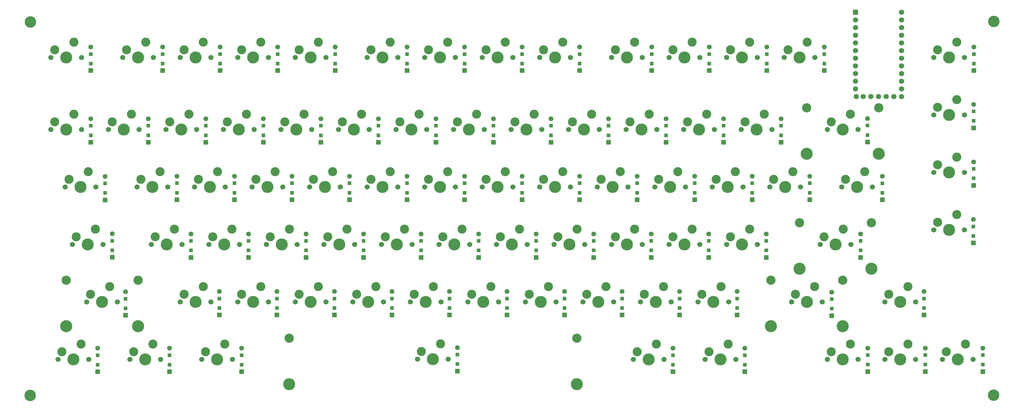
<source format=gbr>
G04 #@! TF.GenerationSoftware,KiCad,Pcbnew,(6.0.10)*
G04 #@! TF.CreationDate,2023-03-05T14:36:43-08:00*
G04 #@! TF.ProjectId,keyboard,6b657962-6f61-4726-942e-6b696361645f,rev?*
G04 #@! TF.SameCoordinates,Original*
G04 #@! TF.FileFunction,Soldermask,Top*
G04 #@! TF.FilePolarity,Negative*
%FSLAX46Y46*%
G04 Gerber Fmt 4.6, Leading zero omitted, Abs format (unit mm)*
G04 Created by KiCad (PCBNEW (6.0.10)) date 2023-03-05 14:36:43*
%MOMM*%
%LPD*%
G01*
G04 APERTURE LIST*
%ADD10R,1.600000X1.600000*%
%ADD11R,1.200000X1.200000*%
%ADD12C,1.600000*%
%ADD13C,4.000000*%
%ADD14C,3.050000*%
%ADD15C,3.000000*%
%ADD16C,3.987800*%
%ADD17C,1.701800*%
%ADD18C,3.800000*%
%ADD19C,3.048000*%
%ADD20R,1.752600X1.752600*%
%ADD21C,1.752600*%
G04 APERTURE END LIST*
D10*
X232320000Y-144850000D03*
D11*
X232320000Y-142525000D03*
D12*
X232320000Y-137050000D03*
D11*
X232320000Y-139375000D03*
X274950000Y-199775000D03*
D10*
X274950000Y-202100000D03*
D11*
X274950000Y-196625000D03*
D12*
X274950000Y-194300000D03*
D13*
X395623450Y-186731800D03*
D14*
X395623450Y-171491800D03*
D15*
X386276250Y-173600000D03*
D13*
X371823450Y-186731800D03*
D16*
X383736250Y-178680000D03*
D15*
X379926250Y-176140000D03*
D17*
X388816250Y-178680000D03*
X378656250Y-178680000D03*
D14*
X371823450Y-171491800D03*
D10*
X382450000Y-202330000D03*
D11*
X382450000Y-200005000D03*
X382450000Y-196855000D03*
D12*
X382450000Y-194530000D03*
D11*
X429507500Y-118745000D03*
D10*
X429507500Y-121070000D03*
D12*
X429507500Y-113270000D03*
D11*
X429507500Y-115595000D03*
D10*
X218052500Y-121070000D03*
D11*
X218052500Y-118745000D03*
D12*
X218052500Y-113270000D03*
D11*
X218052500Y-115595000D03*
D17*
X285787500Y-159630000D03*
D16*
X290867500Y-159630000D03*
D15*
X287057500Y-157090000D03*
X293407500Y-154550000D03*
D17*
X295947500Y-159630000D03*
D15*
X334682500Y-138040000D03*
D17*
X343572500Y-140580000D03*
X333412500Y-140580000D03*
D15*
X341032500Y-135500000D03*
D16*
X338492500Y-140580000D03*
D15*
X298170000Y-173600000D03*
X291820000Y-176140000D03*
D16*
X295630000Y-178680000D03*
D17*
X290550000Y-178680000D03*
X300710000Y-178680000D03*
D15*
X245782500Y-135500000D03*
D17*
X248322500Y-140580000D03*
D15*
X239432500Y-138040000D03*
D17*
X238162500Y-140580000D03*
D16*
X243242500Y-140580000D03*
D11*
X203745000Y-161575000D03*
D10*
X203745000Y-163900000D03*
D11*
X203745000Y-158425000D03*
D12*
X203745000Y-156100000D03*
D11*
X170330000Y-180675000D03*
D10*
X170330000Y-183000000D03*
D12*
X170330000Y-175200000D03*
D11*
X170330000Y-177525000D03*
X194220000Y-142525000D03*
D10*
X194220000Y-144850000D03*
D11*
X194220000Y-139375000D03*
D12*
X194220000Y-137050000D03*
D10*
X251370000Y-144850000D03*
D11*
X251370000Y-142525000D03*
D12*
X251370000Y-137050000D03*
D11*
X251370000Y-139375000D03*
D10*
X198750000Y-202100000D03*
D11*
X198750000Y-199775000D03*
X198750000Y-196625000D03*
D12*
X198750000Y-194300000D03*
D15*
X345795000Y-192650000D03*
D17*
X338175000Y-197730000D03*
X348335000Y-197730000D03*
D16*
X343255000Y-197730000D03*
D15*
X339445000Y-195190000D03*
D10*
X298995000Y-163900000D03*
D11*
X298995000Y-161575000D03*
X298995000Y-158425000D03*
D12*
X298995000Y-156100000D03*
D10*
X289470000Y-144850000D03*
D11*
X289470000Y-142525000D03*
X289470000Y-139375000D03*
D12*
X289470000Y-137050000D03*
D11*
X227480000Y-180675000D03*
D10*
X227480000Y-183000000D03*
D12*
X227480000Y-175200000D03*
D11*
X227480000Y-177525000D03*
D16*
X195617500Y-159630000D03*
D17*
X200697500Y-159630000D03*
D15*
X198157500Y-154550000D03*
X191807500Y-157090000D03*
D17*
X190537500Y-159630000D03*
D10*
X284630000Y-183000000D03*
D11*
X284630000Y-180675000D03*
D12*
X284630000Y-175200000D03*
D11*
X284630000Y-177525000D03*
X429487500Y-137762500D03*
D10*
X429487500Y-140087500D03*
D12*
X429487500Y-132287500D03*
D11*
X429487500Y-134612500D03*
D16*
X257530000Y-178680000D03*
D17*
X262610000Y-178680000D03*
X252450000Y-178680000D03*
D15*
X253720000Y-176140000D03*
X260070000Y-173600000D03*
D16*
X271817500Y-116767500D03*
D15*
X274357500Y-111687500D03*
D17*
X266737500Y-116767500D03*
X276897500Y-116767500D03*
D15*
X268007500Y-114227500D03*
D11*
X217800000Y-199775000D03*
D10*
X217800000Y-202100000D03*
D12*
X217800000Y-194300000D03*
D11*
X217800000Y-196625000D03*
D17*
X153072500Y-140580000D03*
D15*
X150532500Y-135500000D03*
D16*
X147992500Y-140580000D03*
D17*
X142912500Y-140580000D03*
D15*
X144182500Y-138040000D03*
D10*
X137070000Y-144850000D03*
D11*
X137070000Y-142525000D03*
D12*
X137070000Y-137050000D03*
D11*
X137070000Y-139375000D03*
D15*
X274357500Y-154550000D03*
X268007500Y-157090000D03*
D17*
X276897500Y-159630000D03*
X266737500Y-159630000D03*
D16*
X271817500Y-159630000D03*
X390880000Y-159630000D03*
D15*
X387070000Y-157090000D03*
X393420000Y-154550000D03*
D17*
X385800000Y-159630000D03*
X395960000Y-159630000D03*
D10*
X165645000Y-163900000D03*
D11*
X165645000Y-161575000D03*
X165645000Y-158425000D03*
D12*
X165645000Y-156100000D03*
D10*
X413460000Y-220870000D03*
D11*
X413460000Y-218545000D03*
X413460000Y-215395000D03*
D12*
X413460000Y-213070000D03*
D17*
X255430000Y-216760000D03*
D15*
X252890000Y-211680000D03*
D16*
X250350000Y-216760000D03*
D15*
X246540000Y-214220000D03*
D17*
X245270000Y-216760000D03*
D16*
X309917500Y-159630000D03*
D15*
X306107500Y-157090000D03*
D17*
X304837500Y-159630000D03*
X314997500Y-159630000D03*
D15*
X312457500Y-154550000D03*
D11*
X329890000Y-218575000D03*
D10*
X329890000Y-220900000D03*
D12*
X329890000Y-213100000D03*
D11*
X329890000Y-215425000D03*
D17*
X171487500Y-159630000D03*
D15*
X172757500Y-157090000D03*
D16*
X176567500Y-159630000D03*
D15*
X179107500Y-154550000D03*
D17*
X181647500Y-159630000D03*
D15*
X321982500Y-135500000D03*
D17*
X314362500Y-140580000D03*
D16*
X319442500Y-140580000D03*
D15*
X315632500Y-138040000D03*
D17*
X324522500Y-140580000D03*
D15*
X132276250Y-176140000D03*
D17*
X141166250Y-178680000D03*
D15*
X138626250Y-173600000D03*
D16*
X136086250Y-178680000D03*
D17*
X131006250Y-178680000D03*
D16*
X371830000Y-116767500D03*
D17*
X366750000Y-116767500D03*
D15*
X368020000Y-114227500D03*
X374370000Y-111687500D03*
D17*
X376910000Y-116767500D03*
D16*
X157517500Y-159630000D03*
D17*
X162597500Y-159630000D03*
X152437500Y-159630000D03*
D15*
X160057500Y-154550000D03*
X153707500Y-157090000D03*
D16*
X214667500Y-159630000D03*
D17*
X219747500Y-159630000D03*
D15*
X217207500Y-154550000D03*
D17*
X209587500Y-159630000D03*
D15*
X210857500Y-157090000D03*
D11*
X365670000Y-142525000D03*
D10*
X365670000Y-144850000D03*
D12*
X365670000Y-137050000D03*
D11*
X365670000Y-139375000D03*
D17*
X281660000Y-178680000D03*
X271500000Y-178680000D03*
D15*
X272770000Y-176140000D03*
D16*
X276580000Y-178680000D03*
D15*
X279120000Y-173600000D03*
D10*
X179952500Y-121070000D03*
D11*
X179952500Y-118745000D03*
X179952500Y-115595000D03*
D12*
X179952500Y-113270000D03*
D17*
X323887500Y-159630000D03*
D15*
X331507500Y-154550000D03*
X325157500Y-157090000D03*
D17*
X334047500Y-159630000D03*
D16*
X328967500Y-159630000D03*
D17*
X195300000Y-178680000D03*
D15*
X202920000Y-173600000D03*
D17*
X205460000Y-178680000D03*
D15*
X196570000Y-176140000D03*
D16*
X200380000Y-178680000D03*
D11*
X144250000Y-180645000D03*
D10*
X144250000Y-182970000D03*
D12*
X144250000Y-175170000D03*
D11*
X144250000Y-177495000D03*
D16*
X209905000Y-116767500D03*
D15*
X206095000Y-114227500D03*
X212445000Y-111687500D03*
D17*
X214985000Y-116767500D03*
X204825000Y-116767500D03*
D15*
X250545000Y-192650000D03*
D17*
X253085000Y-197730000D03*
X242925000Y-197730000D03*
D16*
X248005000Y-197730000D03*
D15*
X244195000Y-195190000D03*
X326745000Y-192650000D03*
X320395000Y-195190000D03*
D17*
X329285000Y-197730000D03*
D16*
X324205000Y-197730000D03*
D17*
X319125000Y-197730000D03*
X238797500Y-116767500D03*
D15*
X229907500Y-114227500D03*
D16*
X233717500Y-116767500D03*
D17*
X228637500Y-116767500D03*
D15*
X236257500Y-111687500D03*
D10*
X327570000Y-144850000D03*
D11*
X327570000Y-142525000D03*
X327570000Y-139375000D03*
D12*
X327570000Y-137050000D03*
D11*
X303680000Y-180675000D03*
D10*
X303680000Y-183000000D03*
D12*
X303680000Y-175200000D03*
D11*
X303680000Y-177525000D03*
X360927500Y-118745000D03*
D10*
X360927500Y-121070000D03*
D12*
X360927500Y-113270000D03*
D11*
X360927500Y-115595000D03*
X351150000Y-199775000D03*
D10*
X351150000Y-202100000D03*
D12*
X351150000Y-194300000D03*
D11*
X351150000Y-196625000D03*
D10*
X318045000Y-163900000D03*
D11*
X318045000Y-161575000D03*
D12*
X318045000Y-156100000D03*
D11*
X318045000Y-158425000D03*
X341780000Y-180675000D03*
D10*
X341780000Y-183000000D03*
D12*
X341780000Y-175200000D03*
D11*
X341780000Y-177525000D03*
D10*
X265580000Y-183000000D03*
D11*
X265580000Y-180675000D03*
D12*
X265580000Y-175200000D03*
D11*
X265580000Y-177525000D03*
D10*
X294000000Y-202100000D03*
D11*
X294000000Y-199775000D03*
D12*
X294000000Y-194300000D03*
D11*
X294000000Y-196625000D03*
D10*
X199002500Y-121070000D03*
D11*
X199002500Y-118745000D03*
X199002500Y-115595000D03*
D12*
X199002500Y-113270000D03*
D15*
X177520000Y-176140000D03*
D17*
X186410000Y-178680000D03*
X176250000Y-178680000D03*
D15*
X183870000Y-173600000D03*
D16*
X181330000Y-178680000D03*
D17*
X157835000Y-116767500D03*
D15*
X155295000Y-111687500D03*
D17*
X147675000Y-116767500D03*
D15*
X148945000Y-114227500D03*
D16*
X152755000Y-116767500D03*
D15*
X187045000Y-114227500D03*
D17*
X185775000Y-116767500D03*
D16*
X190855000Y-116767500D03*
D15*
X193395000Y-111687500D03*
D17*
X195935000Y-116767500D03*
D16*
X367067500Y-159630000D03*
D15*
X363257500Y-157090000D03*
D17*
X372147500Y-159630000D03*
X361987500Y-159630000D03*
D15*
X369607500Y-154550000D03*
D18*
X117110000Y-105010000D03*
D15*
X163232500Y-138040000D03*
D17*
X161962500Y-140580000D03*
D15*
X169582500Y-135500000D03*
D17*
X172122500Y-140580000D03*
D16*
X167042500Y-140580000D03*
D10*
X360830000Y-183000000D03*
D11*
X360830000Y-180675000D03*
D12*
X360830000Y-175200000D03*
D11*
X360830000Y-177525000D03*
X148630000Y-199875000D03*
D10*
X148630000Y-202200000D03*
D11*
X148630000Y-196725000D03*
D12*
X148630000Y-194400000D03*
D10*
X394410000Y-220870000D03*
D11*
X394410000Y-218545000D03*
X394410000Y-215395000D03*
D12*
X394410000Y-213070000D03*
D11*
X337095000Y-161575000D03*
D10*
X337095000Y-163900000D03*
D12*
X337095000Y-156100000D03*
D11*
X337095000Y-158425000D03*
D17*
X195935000Y-197730000D03*
D16*
X190855000Y-197730000D03*
D15*
X187045000Y-195190000D03*
D17*
X185775000Y-197730000D03*
D15*
X193395000Y-192650000D03*
D10*
X139390000Y-220900000D03*
D11*
X139390000Y-218575000D03*
X139390000Y-215425000D03*
D12*
X139390000Y-213100000D03*
D15*
X182282500Y-138040000D03*
X188632500Y-135500000D03*
D17*
X191172500Y-140580000D03*
X181012500Y-140580000D03*
D16*
X186092500Y-140580000D03*
D15*
X151326250Y-214240000D03*
D17*
X150056250Y-216780000D03*
D15*
X157676250Y-211700000D03*
D16*
X155136250Y-216780000D03*
D17*
X160216250Y-216780000D03*
D10*
X179700000Y-202100000D03*
D11*
X179700000Y-199775000D03*
D12*
X179700000Y-194300000D03*
D11*
X179700000Y-196625000D03*
D16*
X178948750Y-216780000D03*
D15*
X175138750Y-214240000D03*
X181488750Y-211700000D03*
D17*
X184028750Y-216780000D03*
X173868750Y-216780000D03*
D11*
X184695000Y-161575000D03*
D10*
X184695000Y-163900000D03*
D12*
X184695000Y-156100000D03*
D11*
X184695000Y-158425000D03*
X299015000Y-118745000D03*
D10*
X299015000Y-121070000D03*
D11*
X299015000Y-115595000D03*
D12*
X299015000Y-113270000D03*
D15*
X407707500Y-192650000D03*
D17*
X400087500Y-197730000D03*
D15*
X401357500Y-195190000D03*
D17*
X410247500Y-197730000D03*
D16*
X405167500Y-197730000D03*
D11*
X341877500Y-118745000D03*
D10*
X341877500Y-121070000D03*
D12*
X341877500Y-113270000D03*
D11*
X341877500Y-115595000D03*
X353702500Y-218575000D03*
D10*
X353702500Y-220900000D03*
D12*
X353702500Y-213100000D03*
D11*
X353702500Y-215425000D03*
D17*
X369131250Y-197730000D03*
D16*
X374211250Y-197730000D03*
D15*
X376751250Y-192650000D03*
D17*
X379291250Y-197730000D03*
D15*
X370401250Y-195190000D03*
D13*
X362298450Y-205781800D03*
D14*
X362298450Y-190541800D03*
X386098450Y-190541800D03*
D13*
X386098450Y-205781800D03*
D11*
X236850000Y-199775000D03*
D10*
X236850000Y-202100000D03*
D11*
X236850000Y-196625000D03*
D12*
X236850000Y-194300000D03*
D17*
X128625000Y-159630000D03*
D15*
X136245000Y-154550000D03*
D17*
X138785000Y-159630000D03*
D16*
X133705000Y-159630000D03*
D15*
X129895000Y-157090000D03*
D11*
X189380000Y-180675000D03*
D10*
X189380000Y-183000000D03*
D11*
X189380000Y-177525000D03*
D12*
X189380000Y-175200000D03*
D10*
X246530000Y-183000000D03*
D11*
X246530000Y-180675000D03*
D12*
X246530000Y-175200000D03*
D11*
X246530000Y-177525000D03*
X241865000Y-118745000D03*
D10*
X241865000Y-121070000D03*
D11*
X241865000Y-115595000D03*
D12*
X241865000Y-113270000D03*
D15*
X226732500Y-135500000D03*
D16*
X224192500Y-140580000D03*
D17*
X219112500Y-140580000D03*
X229272500Y-140580000D03*
D15*
X220382500Y-138040000D03*
D10*
X258500000Y-220690000D03*
D11*
X258500000Y-218365000D03*
D12*
X258500000Y-212890000D03*
D11*
X258500000Y-215215000D03*
X141860000Y-161635000D03*
D10*
X141860000Y-163960000D03*
D11*
X141860000Y-158485000D03*
D12*
X141860000Y-156160000D03*
D15*
X423900000Y-149787500D03*
D16*
X421360000Y-154867500D03*
D17*
X416280000Y-154867500D03*
D15*
X417550000Y-152327500D03*
D17*
X426440000Y-154867500D03*
D11*
X260895000Y-161575000D03*
D10*
X260895000Y-163900000D03*
D12*
X260895000Y-156100000D03*
D11*
X260895000Y-158425000D03*
D15*
X248957500Y-114227500D03*
D16*
X252767500Y-116767500D03*
D15*
X255307500Y-111687500D03*
D17*
X257847500Y-116767500D03*
X247687500Y-116767500D03*
X214985000Y-197730000D03*
D15*
X206095000Y-195190000D03*
X212445000Y-192650000D03*
D16*
X209905000Y-197730000D03*
D17*
X204825000Y-197730000D03*
D11*
X175170000Y-142525000D03*
D10*
X175170000Y-144850000D03*
D11*
X175170000Y-139375000D03*
D12*
X175170000Y-137050000D03*
D18*
X436070000Y-228700000D03*
X117020000Y-228770000D03*
D11*
X163202500Y-218575000D03*
D10*
X163202500Y-220900000D03*
D11*
X163202500Y-215425000D03*
D12*
X163202500Y-213100000D03*
D10*
X255900000Y-202100000D03*
D11*
X255900000Y-199775000D03*
X255900000Y-196625000D03*
D12*
X255900000Y-194300000D03*
D17*
X426440000Y-116767500D03*
D16*
X421360000Y-116767500D03*
D17*
X416280000Y-116767500D03*
D15*
X417550000Y-114227500D03*
X423900000Y-111687500D03*
D11*
X356145000Y-161575000D03*
D10*
X356145000Y-163900000D03*
D11*
X356145000Y-158425000D03*
D12*
X356145000Y-156100000D03*
D17*
X416280000Y-173917500D03*
D15*
X417550000Y-171377500D03*
D17*
X426440000Y-173917500D03*
D16*
X421360000Y-173917500D03*
D15*
X423900000Y-168837500D03*
D17*
X176885000Y-116767500D03*
D15*
X174345000Y-111687500D03*
D16*
X171805000Y-116767500D03*
D15*
X167995000Y-114227500D03*
D17*
X166725000Y-116767500D03*
D10*
X332100000Y-202100000D03*
D11*
X332100000Y-199775000D03*
X332100000Y-196625000D03*
D12*
X332100000Y-194300000D03*
D16*
X314680000Y-116767500D03*
D15*
X310870000Y-114227500D03*
X317220000Y-111687500D03*
D17*
X319760000Y-116767500D03*
X309600000Y-116767500D03*
D16*
X352780000Y-116767500D03*
D15*
X355320000Y-111687500D03*
X348970000Y-114227500D03*
D17*
X347700000Y-116767500D03*
X357860000Y-116767500D03*
X416280000Y-135817500D03*
D16*
X421360000Y-135817500D03*
D15*
X417550000Y-133277500D03*
D17*
X426440000Y-135817500D03*
D15*
X423900000Y-130737500D03*
D11*
X241845000Y-161575000D03*
D10*
X241845000Y-163900000D03*
D12*
X241845000Y-156100000D03*
D11*
X241845000Y-158425000D03*
D15*
X420407500Y-214240000D03*
D17*
X429297500Y-216780000D03*
X419137500Y-216780000D03*
D16*
X424217500Y-216780000D03*
D15*
X426757500Y-211700000D03*
D11*
X208430000Y-180675000D03*
D10*
X208430000Y-183000000D03*
D12*
X208430000Y-175200000D03*
D11*
X208430000Y-177525000D03*
D16*
X262292500Y-140580000D03*
D17*
X267372500Y-140580000D03*
D15*
X264832500Y-135500000D03*
D17*
X257212500Y-140580000D03*
D15*
X258482500Y-138040000D03*
X293407500Y-111687500D03*
D17*
X285787500Y-116767500D03*
D15*
X287057500Y-114227500D03*
D16*
X290867500Y-116767500D03*
D17*
X295947500Y-116767500D03*
D18*
X436180000Y-104790000D03*
D15*
X355320000Y-173600000D03*
D17*
X347700000Y-178680000D03*
D16*
X352780000Y-178680000D03*
D15*
X348970000Y-176140000D03*
D17*
X357860000Y-178680000D03*
D10*
X137090000Y-121070000D03*
D11*
X137090000Y-118745000D03*
X137090000Y-115595000D03*
D12*
X137090000Y-113270000D03*
D15*
X353732500Y-138040000D03*
D17*
X362622500Y-140580000D03*
D16*
X357542500Y-140580000D03*
D15*
X360082500Y-135500000D03*
D17*
X352462500Y-140580000D03*
D15*
X310870000Y-176140000D03*
X317220000Y-173600000D03*
D17*
X309600000Y-178680000D03*
D16*
X314680000Y-178680000D03*
D17*
X319760000Y-178680000D03*
X234035000Y-197730000D03*
D15*
X231495000Y-192650000D03*
D16*
X228955000Y-197730000D03*
D17*
X223875000Y-197730000D03*
D15*
X225145000Y-195190000D03*
D10*
X392060000Y-183000000D03*
D11*
X392060000Y-180675000D03*
X392060000Y-177525000D03*
D12*
X392060000Y-175200000D03*
D10*
X156120000Y-144850000D03*
D11*
X156120000Y-142525000D03*
X156120000Y-139375000D03*
D12*
X156120000Y-137050000D03*
D10*
X279965000Y-121070000D03*
D11*
X279965000Y-118745000D03*
D12*
X279965000Y-113270000D03*
D11*
X279965000Y-115595000D03*
D17*
X340556250Y-216780000D03*
D16*
X345636250Y-216780000D03*
D15*
X341826250Y-214240000D03*
X348176250Y-211700000D03*
D17*
X350716250Y-216780000D03*
D10*
X222795000Y-163900000D03*
D11*
X222795000Y-161575000D03*
X222795000Y-158425000D03*
D12*
X222795000Y-156100000D03*
D17*
X176885000Y-197730000D03*
D15*
X167995000Y-195190000D03*
D16*
X171805000Y-197730000D03*
D15*
X174345000Y-192650000D03*
D17*
X166725000Y-197730000D03*
D10*
X413062500Y-202100000D03*
D11*
X413062500Y-199775000D03*
D12*
X413062500Y-194300000D03*
D11*
X413062500Y-196625000D03*
D17*
X316743750Y-216780000D03*
D16*
X321823750Y-216780000D03*
D15*
X318013750Y-214240000D03*
X324363750Y-211700000D03*
D17*
X326903750Y-216780000D03*
X135768750Y-197730000D03*
D14*
X152735950Y-190541800D03*
D16*
X140848750Y-197730000D03*
D15*
X137038750Y-195190000D03*
X143388750Y-192650000D03*
D13*
X152735950Y-205781800D03*
D17*
X145928750Y-197730000D03*
D14*
X128935950Y-190541800D03*
D13*
X128935950Y-205781800D03*
D10*
X313050000Y-202100000D03*
D11*
X313050000Y-199775000D03*
D12*
X313050000Y-194300000D03*
D11*
X313050000Y-196625000D03*
D10*
X213270000Y-144850000D03*
D11*
X213270000Y-142525000D03*
X213270000Y-139375000D03*
D12*
X213270000Y-137050000D03*
D11*
X394340000Y-142445000D03*
D10*
X394340000Y-144770000D03*
D11*
X394340000Y-139295000D03*
D12*
X394340000Y-136970000D03*
D17*
X272135000Y-197730000D03*
D16*
X267055000Y-197730000D03*
D15*
X263245000Y-195190000D03*
X269595000Y-192650000D03*
D17*
X261975000Y-197730000D03*
D10*
X429487500Y-159137500D03*
D11*
X429487500Y-156812500D03*
X429487500Y-153662500D03*
D12*
X429487500Y-151337500D03*
D10*
X270420000Y-144850000D03*
D11*
X270420000Y-142525000D03*
X270420000Y-139375000D03*
D12*
X270420000Y-137050000D03*
D17*
X391197500Y-216780000D03*
D15*
X388657500Y-211700000D03*
X382307500Y-214240000D03*
D17*
X381037500Y-216780000D03*
D16*
X386117500Y-216780000D03*
D19*
X202761250Y-209795000D03*
X298011250Y-209795000D03*
D16*
X202761250Y-225035000D03*
X298011250Y-225035000D03*
D15*
X127513750Y-214240000D03*
D16*
X131323750Y-216780000D03*
D15*
X133863750Y-211700000D03*
D17*
X136403750Y-216780000D03*
X126243750Y-216780000D03*
X338810000Y-116767500D03*
D15*
X336270000Y-111687500D03*
D16*
X333730000Y-116767500D03*
D17*
X328650000Y-116767500D03*
D15*
X329920000Y-114227500D03*
D11*
X429410000Y-175912500D03*
D10*
X429410000Y-178237500D03*
D11*
X429410000Y-172762500D03*
D12*
X429410000Y-170437500D03*
D10*
X379977500Y-121070000D03*
D11*
X379977500Y-118745000D03*
D12*
X379977500Y-113270000D03*
D11*
X379977500Y-115595000D03*
D16*
X333730000Y-178680000D03*
D15*
X336270000Y-173600000D03*
D17*
X338810000Y-178680000D03*
X328650000Y-178680000D03*
D15*
X329920000Y-176140000D03*
X301345000Y-195190000D03*
D16*
X305155000Y-197730000D03*
D15*
X307695000Y-192650000D03*
D17*
X310235000Y-197730000D03*
X300075000Y-197730000D03*
D15*
X236257500Y-154550000D03*
D17*
X228637500Y-159630000D03*
X238797500Y-159630000D03*
D16*
X233717500Y-159630000D03*
D15*
X229907500Y-157090000D03*
D11*
X322730000Y-180675000D03*
D10*
X322730000Y-183000000D03*
D12*
X322730000Y-175200000D03*
D11*
X322730000Y-177525000D03*
X322827500Y-118745000D03*
D10*
X322827500Y-121070000D03*
D12*
X322827500Y-113270000D03*
D11*
X322827500Y-115595000D03*
D17*
X210222500Y-140580000D03*
D15*
X201332500Y-138040000D03*
D16*
X205142500Y-140580000D03*
D15*
X207682500Y-135500000D03*
D17*
X200062500Y-140580000D03*
X400087500Y-216780000D03*
X410247500Y-216780000D03*
D16*
X405167500Y-216780000D03*
D15*
X401357500Y-214240000D03*
X407707500Y-211700000D03*
D10*
X375195000Y-163900000D03*
D11*
X375195000Y-161575000D03*
X375195000Y-158425000D03*
D12*
X375195000Y-156100000D03*
D11*
X399200000Y-161605000D03*
D10*
X399200000Y-163930000D03*
D12*
X399200000Y-156130000D03*
D11*
X399200000Y-158455000D03*
D15*
X282295000Y-195190000D03*
D16*
X286105000Y-197730000D03*
D17*
X291185000Y-197730000D03*
D15*
X288645000Y-192650000D03*
D17*
X281025000Y-197730000D03*
D11*
X187015000Y-218575000D03*
D10*
X187015000Y-220900000D03*
D11*
X187015000Y-215425000D03*
D12*
X187015000Y-213100000D03*
D10*
X279945000Y-163900000D03*
D11*
X279945000Y-161575000D03*
D12*
X279945000Y-156100000D03*
D11*
X279945000Y-158425000D03*
D15*
X125132500Y-114227500D03*
D17*
X123862500Y-116767500D03*
X134022500Y-116767500D03*
D15*
X131482500Y-111687500D03*
D16*
X128942500Y-116767500D03*
D11*
X308520000Y-142525000D03*
D10*
X308520000Y-144850000D03*
D11*
X308520000Y-139375000D03*
D12*
X308520000Y-137050000D03*
D10*
X432510000Y-220870000D03*
D11*
X432510000Y-218545000D03*
D12*
X432510000Y-213070000D03*
D11*
X432510000Y-215395000D03*
X346620000Y-142525000D03*
D10*
X346620000Y-144850000D03*
D12*
X346620000Y-137050000D03*
D11*
X346620000Y-139375000D03*
D16*
X348017500Y-159630000D03*
D15*
X350557500Y-154550000D03*
D17*
X342937500Y-159630000D03*
D15*
X344207500Y-157090000D03*
D17*
X353097500Y-159630000D03*
D15*
X277532500Y-138040000D03*
D17*
X286422500Y-140580000D03*
D16*
X281342500Y-140580000D03*
D15*
X283882500Y-135500000D03*
D17*
X276262500Y-140580000D03*
D15*
X221970000Y-173600000D03*
X215620000Y-176140000D03*
D17*
X214350000Y-178680000D03*
X224510000Y-178680000D03*
D16*
X219430000Y-178680000D03*
D17*
X247687500Y-159630000D03*
D15*
X255307500Y-154550000D03*
D16*
X252767500Y-159630000D03*
D17*
X257847500Y-159630000D03*
D15*
X248957500Y-157090000D03*
D17*
X295312500Y-140580000D03*
D15*
X302932500Y-135500000D03*
X296582500Y-138040000D03*
D16*
X300392500Y-140580000D03*
D17*
X305472500Y-140580000D03*
D11*
X260915000Y-118745000D03*
D10*
X260915000Y-121070000D03*
D11*
X260915000Y-115595000D03*
D12*
X260915000Y-113270000D03*
D11*
X160902500Y-118745000D03*
D10*
X160902500Y-121070000D03*
D11*
X160902500Y-115595000D03*
D12*
X160902500Y-113270000D03*
D17*
X157200000Y-178680000D03*
D16*
X162280000Y-178680000D03*
D15*
X164820000Y-173600000D03*
X158470000Y-176140000D03*
D17*
X167360000Y-178680000D03*
X123862500Y-140580000D03*
X134022500Y-140580000D03*
D16*
X128942500Y-140580000D03*
D15*
X125132500Y-138040000D03*
X131482500Y-135500000D03*
D17*
X381037500Y-140580000D03*
D15*
X388657500Y-135500000D03*
D13*
X398004700Y-148631800D03*
D17*
X391197500Y-140580000D03*
D16*
X386117500Y-140580000D03*
D13*
X374204700Y-148631800D03*
D15*
X382307500Y-138040000D03*
D14*
X398004700Y-133391800D03*
X374204700Y-133391800D03*
D16*
X238480000Y-178680000D03*
D15*
X241020000Y-173600000D03*
D17*
X233400000Y-178680000D03*
D15*
X234670000Y-176140000D03*
D17*
X243560000Y-178680000D03*
D20*
X390380000Y-101770000D03*
D21*
X390380000Y-104310000D03*
X390380000Y-106850000D03*
X390380000Y-109390000D03*
X390380000Y-111930000D03*
X390380000Y-114470000D03*
X390380000Y-117010000D03*
X390380000Y-119550000D03*
X390380000Y-122090000D03*
X390380000Y-124630000D03*
X390380000Y-127170000D03*
X390608600Y-129710000D03*
X405620000Y-129710000D03*
X405620000Y-127170000D03*
X405620000Y-124630000D03*
X405620000Y-122090000D03*
X405620000Y-119550000D03*
X405620000Y-117010000D03*
X405620000Y-114470000D03*
X405620000Y-111930000D03*
X405620000Y-109390000D03*
X405620000Y-106850000D03*
X405620000Y-104310000D03*
X405620000Y-101770000D03*
X392920000Y-129710000D03*
X395460000Y-129710000D03*
X398000000Y-129710000D03*
X400540000Y-129710000D03*
X403080000Y-129710000D03*
M02*

</source>
